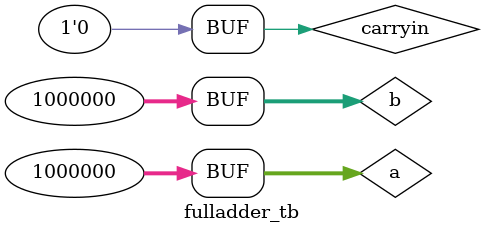
<source format=v>
module onebitfulladder(
  a, b, carryin,
  sum, carryout
);
input a, b, carryin;
output sum, carryout;

xor(sum, a, b, carryin);
xor (t1, a,b);
and (t2, a,b);
and (t3, t1, carryin);
or (carryout, t2, t3);

endmodule

module onebitfulladder_tb;
  reg a, b, carryin;

  wire carryout, sum;
  onebitfulladder uut(a, b, carryin, sum, carryout);

  initial begin 
    // $dumpfile("dump.vcd");
    // $dumpvars(0, onebitfulladder_tb);

    a <= 0;
    b <= 0;
    carryin <= 0;
    #10;

    a <= 0;
    b <= 1;
    carryin <= 0;
    #10;

    a <= 1;
    b <= 0;
    carryin <= 0;
    #10;

    a <= 1;
    b <= 1;
    carryin <= 0;
    #10;

    a <= 0;
    b <= 0;
    carryin <= 1;
    #10;

    a <= 0;
    b <= 1;
    carryin <= 1;
    #10;

    a <= 1;
    b <= 0;
    carryin <= 1;
    #10;

    a <= 1;
    b <= 1;
    carryin <= 1;
    #10;

    $display("Test complete");
  end
endmodule

module fulladder(
  a, b, carryin,
  sum, carryout
);
  parameter bits = 32;
  input [bits-1:0] a, b;
  input carryin;
  output [bits-1:0] sum;
  output carryout;

  wire [bits:0] carry;
  genvar i;
  assign carry[0] = carryin;

  generate
    for (i=0;i<bits;i= i+1) begin
      onebitfulladder f(a[i], b[i], carry[i], sum[i], carry[i+1]);
    end
    assign carryout = carry[bits];
  endgenerate

endmodule

module fulladder_tb;
  reg [31:0] a, b;
  reg carryin;
  wire [31:0] sum;
  wire carryout;

  fulladder uut(a, b, carryin, sum, carryout);

  initial begin

    $dumpfile("dump.vcd");
    $dumpvars(0, fulladder_tb);

    a = 32'd20;
    b = 32'd40;
    carryin = 1;
    #10

    a = 2;
    b = 4;
    carryin = 1;
    #10

    a = 10;
    b = 10;
    carryin = 1;
    #10

    a = 1000000;
    b = 1000000;
    carryin = 0;
    #10;
  end

endmodule
</source>
